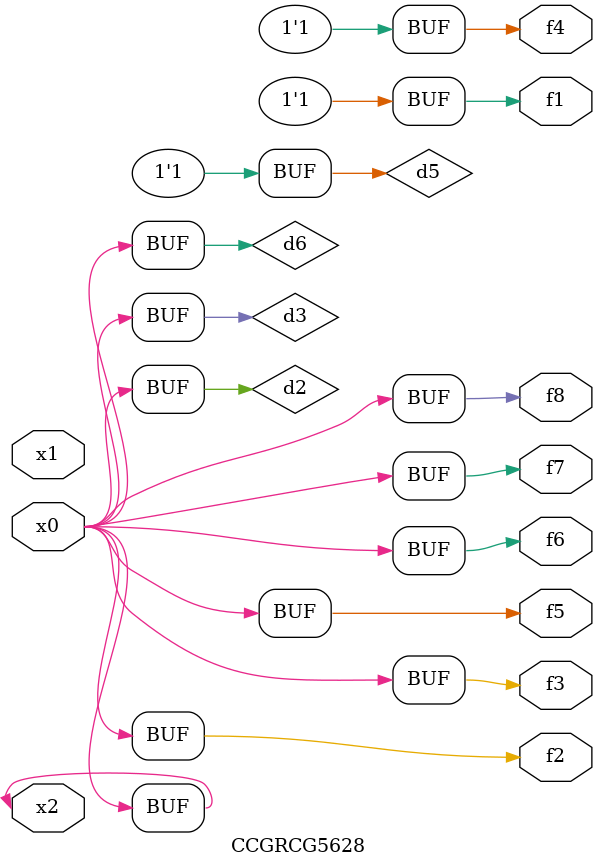
<source format=v>
module CCGRCG5628(
	input x0, x1, x2,
	output f1, f2, f3, f4, f5, f6, f7, f8
);

	wire d1, d2, d3, d4, d5, d6;

	xnor (d1, x2);
	buf (d2, x0, x2);
	and (d3, x0);
	xnor (d4, x1, x2);
	nand (d5, d1, d3);
	buf (d6, d2, d3);
	assign f1 = d5;
	assign f2 = d6;
	assign f3 = d6;
	assign f4 = d5;
	assign f5 = d6;
	assign f6 = d6;
	assign f7 = d6;
	assign f8 = d6;
endmodule

</source>
